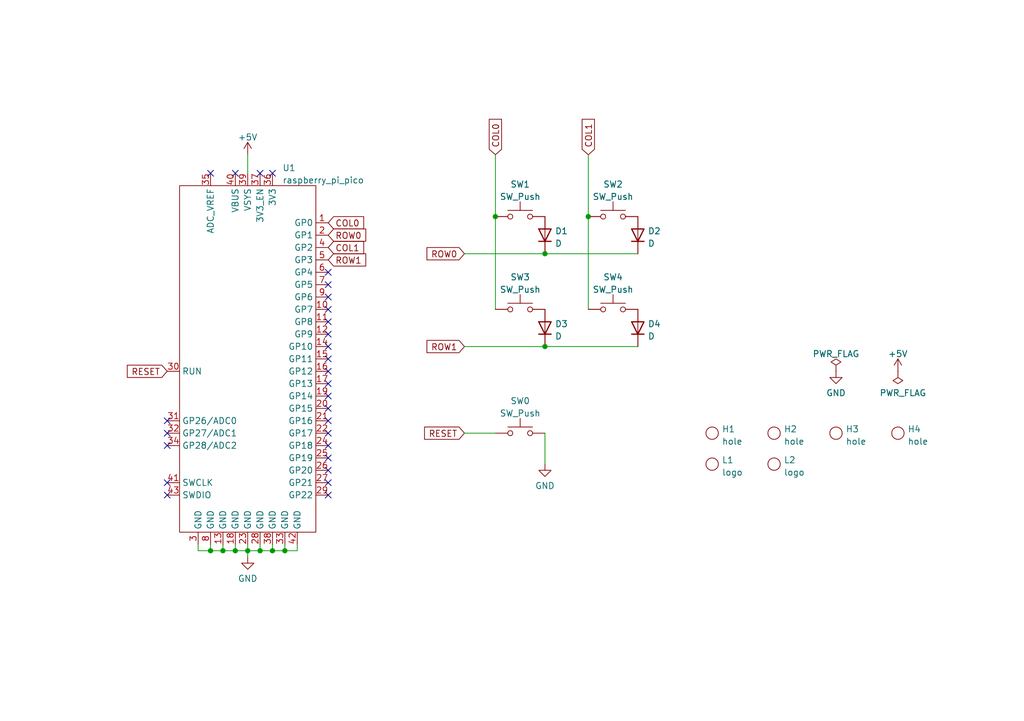
<source format=kicad_sch>
(kicad_sch (version 20211123) (generator eeschema)
  (paper "A5")
  (title_block (title "meishi_pico") (date "2022-09-03") (rev "1.0") (company "yynmt.com"))
  (lib_symbols
    (symbol "Device:D" (pin_numbers hide) (pin_names (offset 1.016) hide)
      (property "Reference" "D" (at 0 2.54 0))
      (property "Value" "D" (at 0 -2.54 0))
      (symbol "D_0_1"
        (polyline (pts (xy -1.27 1.27) (xy -1.27 -1.27)) (stroke (width 0.254)))
        (polyline (pts (xy 1.27 0) (xy -1.27 0)))
        (polyline (pts (xy 1.27 1.27) (xy 1.27 -1.27) (xy -1.27 0) (xy 1.27 1.27)) (stroke (width 0.254)))
      )
      (symbol "D_1_1"
        (pin passive line (at -3.81 0 0) (length 2.54) (name "K") (number "1"))
        (pin passive line (at 3.81 0 180) (length 2.54) (name "A") (number "2"))
      )
    )
    (symbol "Switch:SW_Push" (pin_numbers hide) (pin_names (offset 1.016) hide)
      (property "Reference" "SW" (at 1.27 2.54 0))
      (property "Value" "SW_Push" (at 0 -1.524 0))
      (symbol "SW_Push_0_1"
        (circle (center -2.032 0) (radius 0.508))
        (polyline (pts (xy 0 1.27) (xy 0 3.048)))
        (polyline (pts (xy 2.54 1.27) (xy -2.54 1.27)))
        (circle (center 2.032 0) (radius 0.508))
        (pin passive line (at -5.08 0 0) (length 2.54) (name "1") (number "1"))
        (pin passive line (at 5.08 0 180) (length 2.54) (name "2") (number "2"))
      )
    )
    (symbol "meishi_pico:hole"
      (property "Reference" "H" (at 0 2.54 0))
      (property "Value" "hole" (at 0 -2.54 0))
      (symbol "hole_0_1"
        (circle (center 0 0) (radius 1.27) (stroke (width 0.1524)))
      )
    )
    (symbol "meishi_pico:raspberry_pi_pico"
      (property "Reference" "U" (at -13.97 39.37 0))
      (property "Value" "raspberry_pi_pico" (at 0 0 0))
      (symbol "raspberry_pi_pico_0_1"
        (rectangle (start -13.97 38.1) (end 13.97 -33.02) (stroke (width 0.1524)))
      )
      (symbol "raspberry_pi_pico_1_1"
        (pin bidirectional line (at 16.51 30.48 180) (length 2.54) (name "GP0") (number "1"))
        (pin bidirectional line (at 16.51 12.7 180) (length 2.54) (name "GP7") (number "10"))
        (pin bidirectional line (at 16.51 10.16 180) (length 2.54) (name "GP8") (number "11"))
        (pin bidirectional line (at 16.51 7.62 180) (length 2.54) (name "GP9") (number "12"))
        (pin power_in line (at -5.08 -35.56 90) (length 2.54) (name "GND") (number "13"))
        (pin bidirectional line (at 16.51 5.08 180) (length 2.54) (name "GP10") (number "14"))
        (pin bidirectional line (at 16.51 2.54 180) (length 2.54) (name "GP11") (number "15"))
        (pin bidirectional line (at 16.51 0 180) (length 2.54) (name "GP12") (number "16"))
        (pin bidirectional line (at 16.51 -2.54 180) (length 2.54) (name "GP13") (number "17"))
        (pin power_in line (at -2.54 -35.56 90) (length 2.54) (name "GND") (number "18"))
        (pin bidirectional line (at 16.51 -5.08 180) (length 2.54) (name "GP14") (number "19"))
        (pin bidirectional line (at 16.51 27.94 180) (length 2.54) (name "GP1") (number "2"))
        (pin bidirectional line (at 16.51 -7.62 180) (length 2.54) (name "GP15") (number "20"))
        (pin bidirectional line (at 16.51 -10.16 180) (length 2.54) (name "GP16") (number "21"))
        (pin bidirectional line (at 16.51 -12.7 180) (length 2.54) (name "GP17") (number "22"))
        (pin power_in line (at 0 -35.56 90) (length 2.54) (name "GND") (number "23"))
        (pin bidirectional line (at 16.51 -15.24 180) (length 2.54) (name "GP18") (number "24"))
        (pin bidirectional line (at 16.51 -17.78 180) (length 2.54) (name "GP19") (number "25"))
        (pin bidirectional line (at 16.51 -20.32 180) (length 2.54) (name "GP20") (number "26"))
        (pin bidirectional line (at 16.51 -22.86 180) (length 2.54) (name "GP21") (number "27"))
        (pin power_in line (at 2.54 -35.56 90) (length 2.54) (name "GND") (number "28"))
        (pin bidirectional line (at 16.51 -25.4 180) (length 2.54) (name "GP22") (number "29"))
        (pin power_in line (at -10.16 -35.56 90) (length 2.54) (name "GND") (number "3"))
        (pin bidirectional line (at -16.51 0 0) (length 2.54) (name "RUN") (number "30"))
        (pin bidirectional line (at -16.51 -10.16 0) (length 2.54) (name "GP26/ADC0") (number "31"))
        (pin bidirectional line (at -16.51 -12.7 0) (length 2.54) (name "GP27/ADC1") (number "32"))
        (pin power_in line (at 7.62 -35.56 90) (length 2.54) (name "GND") (number "33"))
        (pin bidirectional line (at -16.51 -15.24 0) (length 2.54) (name "GP28/ADC2") (number "34"))
        (pin power_in line (at -7.62 40.64 270) (length 2.54) (name "ADC_VREF") (number "35"))
        (pin power_out line (at 5.08 40.64 270) (length 2.54) (name "3V3") (number "36"))
        (pin input line (at 2.54 40.64 270) (length 2.54) (name "3V3_EN") (number "37"))
        (pin power_in line (at 5.08 -35.56 90) (length 2.54) (name "GND") (number "38"))
        (pin power_in line (at 0 40.64 270) (length 2.54) (name "VSYS") (number "39"))
        (pin bidirectional line (at 16.51 25.4 180) (length 2.54) (name "GP2") (number "4"))
        (pin power_out line (at -2.54 40.64 270) (length 2.54) (name "VBUS") (number "40"))
        (pin bidirectional line (at -16.51 -22.86 0) (length 2.54) (name "SWCLK") (number "41"))
        (pin power_in line (at 10.16 -35.56 90) (length 2.54) (name "GND") (number "42"))
        (pin bidirectional line (at -16.51 -25.4 0) (length 2.54) (name "SWDIO") (number "43"))
        (pin bidirectional line (at 16.51 22.86 180) (length 2.54) (name "GP3") (number "5"))
        (pin bidirectional line (at 16.51 20.32 180) (length 2.54) (name "GP4") (number "6"))
        (pin bidirectional line (at 16.51 17.78 180) (length 2.54) (name "GP5") (number "7"))
        (pin power_in line (at -7.62 -35.56 90) (length 2.54) (name "GND") (number "8"))
        (pin bidirectional line (at 16.51 15.24 180) (length 2.54) (name "GP6") (number "9"))
      )
    )
    (symbol "power:+5V" (power) (pin_names (offset 0))
      (property "Value" "+5V" (at 0 3.556 0))
      (symbol "+5V_0_1"
        (polyline (pts (xy -0.762 1.27) (xy 0 2.54)))
        (polyline (pts (xy 0 0) (xy 0 2.54)))
        (polyline (pts (xy 0 2.54) (xy 0.762 1.27)))
      )
      (symbol "+5V_1_1"
        (pin power_in line (at 0 0 90) (length 0) hide (name "+5V") (number "1"))
      )
    )
    (symbol "power:GND" (power) (pin_names (offset 0))
      (property "Value" "GND" (at 0 -3.81 0))
      (symbol "GND_0_1"
        (polyline (pts (xy 0 0) (xy 0 -1.27) (xy 1.27 -1.27) (xy 0 -2.54) (xy -1.27 -1.27) (xy 0 -1.27)))
      )
      (symbol "GND_1_1"
        (pin power_in line (at 0 0 270) (length 0) hide (name "GND") (number "1"))
      )
    )
    (symbol "power:PWR_FLAG" (power) (pin_numbers hide) (pin_names (offset 0) hide)
      (property "Value" "PWR_FLAG" (at 0 3.81 0))
      (symbol "PWR_FLAG_0_0"
        (pin power_out line (at 0 0 90) (length 0) (name "pwr") (number "1"))
      )
      (symbol "PWR_FLAG_0_1"
        (polyline (pts (xy 0 0) (xy 0 1.27) (xy -1.016 1.905) (xy 0 2.54) (xy 1.016 1.905) (xy 0 1.27)))
      )
    )
  )
  (junction (at 48.26 113.03))
  (junction (at 45.72 113.03))
  (junction (at 111.76 52.07))
  (junction (at 58.42 113.03))
  (junction (at 43.18 113.03))
  (junction (at 50.8 113.03))
  (junction (at 53.34 113.03))
  (junction (at 120.65 44.45))
  (junction (at 55.88 113.03))
  (junction (at 101.6 44.45))
  (junction (at 111.76 71.12))
  (no_connect (at 53.34 35.56))
  (no_connect (at 43.18 35.56))
  (no_connect (at 48.26 35.56))
  (no_connect (at 34.29 91.44))
  (no_connect (at 34.29 88.9))
  (no_connect (at 34.29 86.36))
  (no_connect (at 34.29 99.06))
  (no_connect (at 34.29 101.6))
  (no_connect (at 67.31 91.44))
  (no_connect (at 67.31 88.9))
  (no_connect (at 67.31 86.36))
  (no_connect (at 67.31 83.82))
  (no_connect (at 67.31 81.28))
  (no_connect (at 67.31 78.74))
  (no_connect (at 67.31 76.2))
  (no_connect (at 67.31 73.66))
  (no_connect (at 67.31 71.12))
  (no_connect (at 67.31 68.58))
  (no_connect (at 67.31 66.04))
  (no_connect (at 67.31 63.5))
  (no_connect (at 67.31 60.96))
  (no_connect (at 67.31 58.42))
  (no_connect (at 67.31 55.88))
  (no_connect (at 55.88 35.56))
  (no_connect (at 67.31 93.98))
  (no_connect (at 67.31 101.6))
  (no_connect (at 67.31 96.52))
  (no_connect (at 67.31 99.06))
  (wire (pts (xy 50.8 113.03) (xy 53.34 113.03)))
  (wire (pts (xy 101.6 31.75) (xy 101.6 44.45)))
  (wire (pts (xy 53.34 113.03) (xy 55.88 113.03)))
  (wire (pts (xy 95.25 88.9) (xy 101.6 88.9)))
  (wire (pts (xy 40.64 113.03) (xy 43.18 113.03)))
  (wire (pts (xy 111.76 71.12) (xy 130.81 71.12)))
  (wire (pts (xy 101.6 44.45) (xy 101.6 63.5)))
  (wire (pts (xy 111.76 95.25) (xy 111.76 88.9)))
  (wire (pts (xy 111.76 52.07) (xy 130.81 52.07)))
  (wire (pts (xy 50.8 31.75) (xy 50.8 35.56)))
  (wire (pts (xy 95.25 71.12) (xy 111.76 71.12)))
  (wire (pts (xy 50.8 111.76) (xy 50.8 113.03)))
  (wire (pts (xy 95.25 52.07) (xy 111.76 52.07)))
  (wire (pts (xy 45.72 111.76) (xy 45.72 113.03)))
  (wire (pts (xy 43.18 113.03) (xy 45.72 113.03)))
  (wire (pts (xy 120.65 31.75) (xy 120.65 44.45)))
  (wire (pts (xy 60.96 111.76) (xy 60.96 113.03)))
  (wire (pts (xy 45.72 113.03) (xy 48.26 113.03)))
  (wire (pts (xy 120.65 44.45) (xy 120.65 63.5)))
  (wire (pts (xy 58.42 111.76) (xy 58.42 113.03)))
  (wire (pts (xy 53.34 111.76) (xy 53.34 113.03)))
  (wire (pts (xy 50.8 113.03) (xy 50.8 114.3)))
  (wire (pts (xy 55.88 111.76) (xy 55.88 113.03)))
  (wire (pts (xy 55.88 113.03) (xy 58.42 113.03)))
  (wire (pts (xy 48.26 111.76) (xy 48.26 113.03)))
  (wire (pts (xy 40.64 111.76) (xy 40.64 113.03)))
  (wire (pts (xy 43.18 111.76) (xy 43.18 113.03)))
  (wire (pts (xy 58.42 113.03) (xy 60.96 113.03)))
  (wire (pts (xy 48.26 113.03) (xy 50.8 113.03)))
  (global_label "COL0" (shape input) (at 67.31 45.72 0) (property "Intersheet References" "${INTERSHEET_REFS}" (effects hide)))
  (global_label "ROW1" (shape input) (at 67.31 53.34 0) (property "Intersheet References" "${INTERSHEET_REFS}" (effects hide)))
  (global_label "COL1" (shape input) (at 67.31 50.8 0) (property "Intersheet References" "${INTERSHEET_REFS}" (effects hide)))
  (global_label "ROW1" (shape input) (at 95.25 71.12 180) (property "Intersheet References" "${INTERSHEET_REFS}" (effects hide)))
  (global_label "COL1" (shape input) (at 120.65 31.75 90) (property "Intersheet References" "${INTERSHEET_REFS}" (effects hide)))
  (global_label "COL0" (shape input) (at 101.6 31.75 90) (property "Intersheet References" "${INTERSHEET_REFS}" (effects hide)))
  (global_label "ROW0" (shape input) (at 67.31 48.26 0) (property "Intersheet References" "${INTERSHEET_REFS}" (effects hide)))
  (global_label "ROW0" (shape input) (at 95.25 52.07 180) (property "Intersheet References" "${INTERSHEET_REFS}" (effects hide)))
  (global_label "RESET" (shape input) (at 95.25 88.9 180) (property "Intersheet References" "${INTERSHEET_REFS}" (effects hide)))
  (global_label "RESET" (shape input) (at 34.29 76.2 180) (property "Intersheet References" "${INTERSHEET_REFS}" (effects hide)))
  (symbol (lib_id "meishi_pico:hole") (at 158.75 88.9 0) (unit 1)
    (property "Reference" "H2" (at 160.7312 88.0653 0) (effects (justify left)))
    (property "Value" "hole" (at 160.7312 90.6022 0) (effects (justify left)))
    (property "Footprint" "meishi_pico:hole_m2" (effects hide))
  )
  (symbol (lib_id "power:GND") (at 171.45 76.2 0) (unit 1)
    (property "Reference" "#PWR0103" (effects hide))
    (property "Value" "GND" (at 171.45 80.6434 0))
  )
  (symbol (lib_id "Switch:SW_Push") (at 106.68 63.5 0) (unit 1)
    (property "Reference" "SW3" (at 106.68 56.8792 0))
    (property "Value" "SW_Push" (at 106.68 59.4161 0))
    (property "Footprint" "meishi_pico:switch_mx_kailh" (effects hide))
  )
  (symbol (lib_id "meishi_pico:hole") (at 171.45 88.9 0) (unit 1)
    (property "Reference" "H3" (at 173.4312 88.0653 0) (effects (justify left)))
    (property "Value" "hole" (at 173.4312 90.6022 0) (effects (justify left)))
    (property "Footprint" "meishi_pico:hole_m2" (effects hide))
  )
  (symbol (lib_id "Switch:SW_Push") (at 125.73 63.5 0) (unit 1)
    (property "Reference" "SW4" (at 125.73 56.8792 0))
    (property "Value" "SW_Push" (at 125.73 59.4161 0))
    (property "Footprint" "meishi_pico:switch_mx_kailh" (effects hide))
  )
  (symbol (lib_id "Device:D") (at 111.76 48.26 90) (unit 1)
    (property "Reference" "D1" (at 113.792 47.4253 90) (effects (justify right)))
    (property "Value" "D" (at 113.792 49.9622 90) (effects (justify right)))
    (property "Footprint" "meishi_pico:diode" (effects hide))
  )
  (symbol (lib_id "meishi_pico:raspberry_pi_pico") (at 50.8 76.2 0) (unit 1)
    (property "Reference" "U1" (at 57.8994 34.451 0) (effects (justify left)))
    (property "Value" "raspberry_pi_pico" (at 57.8994 36.9879 0) (effects (justify left)))
    (property "Footprint" "meishi_pico:raspberry_pi_pico" (effects hide))
  )
  (symbol (lib_id "power:PWR_FLAG") (at 184.15 76.2 180) (unit 1)
    (property "Reference" "#FLG0103" (effects hide))
    (property "Value" "PWR_FLAG" (at 180.34 80.645 0) (effects (justify right)))
  )
  (symbol (lib_id "power:GND") (at 111.76 95.25 0) (unit 1)
    (property "Reference" "#PWR0104" (effects hide))
    (property "Value" "GND" (at 111.76 99.6934 0))
  )
  (symbol (lib_id "Switch:SW_Push") (at 125.73 44.45 0) (unit 1)
    (property "Reference" "SW2" (at 125.73 37.8292 0))
    (property "Value" "SW_Push" (at 125.73 40.3661 0))
    (property "Footprint" "meishi_pico:switch_mx_kailh" (effects hide))
  )
  (symbol (lib_id "Device:D") (at 111.76 67.31 90) (unit 1)
    (property "Reference" "D3" (at 113.792 66.4753 90) (effects (justify right)))
    (property "Value" "D" (at 113.792 69.0122 90) (effects (justify right)))
    (property "Footprint" "meishi_pico:diode" (effects hide))
  )
  (symbol (lib_id "Switch:SW_Push") (at 106.68 88.9 0) (unit 1)
    (property "Reference" "SW0" (at 106.68 82.2792 0))
    (property "Value" "SW_Push" (at 106.68 84.8161 0))
    (property "Footprint" "meishi_pico:switch_tact" (effects hide))
  )
  (symbol (lib_id "meishi_pico:hole") (at 146.05 95.25 0) (unit 1)
    (property "Reference" "L1" (at 148.0312 94.4153 0) (effects (justify left)))
    (property "Value" "logo" (at 148.0312 96.9522 0) (effects (justify left)))
    (property "Footprint" "meishi_pico:logo" (effects hide))
  )
  (symbol (lib_id "Device:D") (at 130.81 67.31 90) (unit 1)
    (property "Reference" "D4" (at 132.842 66.4753 90) (effects (justify right)))
    (property "Value" "D" (at 132.842 69.0122 90) (effects (justify right)))
    (property "Footprint" "meishi_pico:diode" (effects hide))
  )
  (symbol (lib_id "power:PWR_FLAG") (at 171.45 76.2 0) (unit 1)
    (property "Reference" "#FLG0104" (effects hide))
    (property "Value" "PWR_FLAG" (at 171.45 72.6242 0))
  )
  (symbol (lib_id "power:+5V") (at 184.15 76.2 0) (unit 1)
    (property "Reference" "#PWR0102" (effects hide))
    (property "Value" "+5V" (at 184.15 72.6242 0))
  )
  (symbol (lib_id "meishi_pico:hole") (at 184.15 88.9 0) (unit 1)
    (property "Reference" "H4" (at 186.1312 88.0653 0) (effects (justify left)))
    (property "Value" "hole" (at 186.1312 90.6022 0) (effects (justify left)))
    (property "Footprint" "meishi_pico:hole_m2" (effects hide))
  )
  (symbol (lib_id "Switch:SW_Push") (at 106.68 44.45 0) (unit 1)
    (property "Reference" "SW1" (at 106.68 37.8292 0))
    (property "Value" "SW_Push" (at 106.68 40.3661 0))
    (property "Footprint" "meishi_pico:switch_mx_kailh" (effects hide))
  )
  (symbol (lib_id "meishi_pico:hole") (at 158.75 95.25 0) (unit 1)
    (property "Reference" "L2" (at 160.7312 94.4153 0) (effects (justify left)))
    (property "Value" "logo" (at 160.7312 96.9522 0) (effects (justify left)))
    (property "Footprint" "meishi_pico:logo_yynmt" (effects hide))
  )
  (symbol (lib_id "power:+5V") (at 50.8 31.75 0) (unit 1)
    (property "Reference" "#PWR0106" (effects hide))
    (property "Value" "+5V" (at 50.8 28.1742 0))
  )
  (symbol (lib_id "power:GND") (at 50.8 114.3 0) (unit 1)
    (property "Reference" "#PWR0108" (effects hide))
    (property "Value" "GND" (at 50.8 118.7434 0))
  )
  (symbol (lib_id "meishi_pico:hole") (at 146.05 88.9 0) (unit 1)
    (property "Reference" "H1" (at 148.0312 88.0653 0) (effects (justify left)))
    (property "Value" "hole" (at 148.0312 90.6022 0) (effects (justify left)))
    (property "Footprint" "meishi_pico:hole_m2" (effects hide))
  )
  (symbol (lib_id "Device:D") (at 130.81 48.26 90) (unit 1)
    (property "Reference" "D2" (at 132.842 47.4253 90) (effects (justify right)))
    (property "Value" "D" (at 132.842 49.9622 90) (effects (justify right)))
    (property "Footprint" "meishi_pico:diode" (effects hide))
  )
)
</source>
